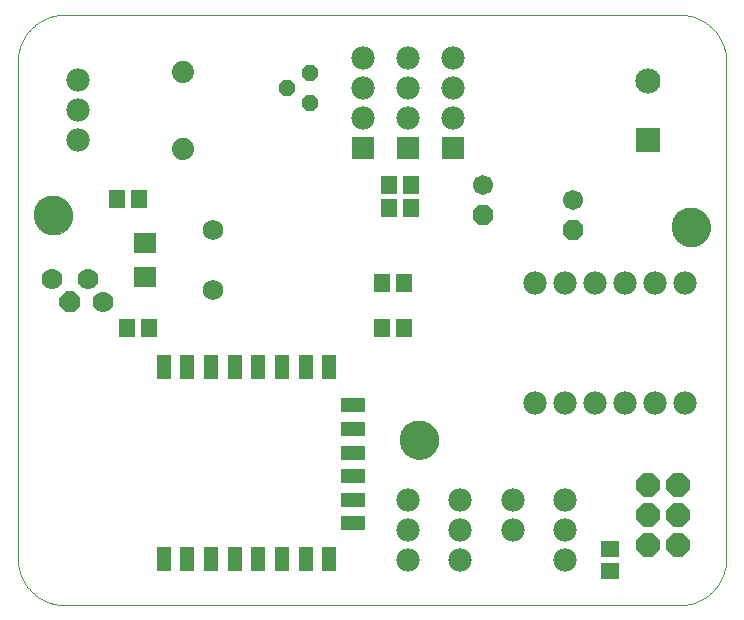
<source format=gts>
G75*
%MOIN*%
%OFA0B0*%
%FSLAX25Y25*%
%IPPOS*%
%LPD*%
%AMOC8*
5,1,8,0,0,1.08239X$1,22.5*
%
%ADD10C,0.00000*%
%ADD11C,0.12998*%
%ADD12R,0.05124X0.08274*%
%ADD13R,0.08274X0.05124*%
%ADD14R,0.08400X0.08400*%
%ADD15C,0.08400*%
%ADD16C,0.07800*%
%ADD17C,0.07400*%
%ADD18R,0.07800X0.07800*%
%ADD19R,0.05518X0.06306*%
%ADD20C,0.06900*%
%ADD21R,0.06306X0.05518*%
%ADD22OC8,0.07800*%
%ADD23R,0.07498X0.06699*%
%ADD24OC8,0.05600*%
%ADD25OC8,0.06700*%
%ADD26C,0.06700*%
%ADD27C,0.07000*%
%ADD28OC8,0.07000*%
D10*
X0016748Y0029179D02*
X0221472Y0029179D01*
X0221853Y0029184D01*
X0222233Y0029197D01*
X0222613Y0029220D01*
X0222992Y0029253D01*
X0223370Y0029294D01*
X0223747Y0029344D01*
X0224123Y0029404D01*
X0224498Y0029472D01*
X0224870Y0029550D01*
X0225241Y0029637D01*
X0225609Y0029732D01*
X0225975Y0029837D01*
X0226338Y0029950D01*
X0226699Y0030072D01*
X0227056Y0030202D01*
X0227410Y0030342D01*
X0227761Y0030489D01*
X0228108Y0030646D01*
X0228451Y0030810D01*
X0228790Y0030983D01*
X0229125Y0031164D01*
X0229456Y0031353D01*
X0229781Y0031550D01*
X0230102Y0031754D01*
X0230418Y0031967D01*
X0230728Y0032187D01*
X0231034Y0032414D01*
X0231333Y0032649D01*
X0231627Y0032891D01*
X0231915Y0033139D01*
X0232197Y0033395D01*
X0232472Y0033658D01*
X0232741Y0033927D01*
X0233004Y0034202D01*
X0233260Y0034484D01*
X0233508Y0034772D01*
X0233750Y0035066D01*
X0233985Y0035365D01*
X0234212Y0035671D01*
X0234432Y0035981D01*
X0234645Y0036297D01*
X0234849Y0036618D01*
X0235046Y0036943D01*
X0235235Y0037274D01*
X0235416Y0037609D01*
X0235589Y0037948D01*
X0235753Y0038291D01*
X0235910Y0038638D01*
X0236057Y0038989D01*
X0236197Y0039343D01*
X0236327Y0039700D01*
X0236449Y0040061D01*
X0236562Y0040424D01*
X0236667Y0040790D01*
X0236762Y0041158D01*
X0236849Y0041529D01*
X0236927Y0041901D01*
X0236995Y0042276D01*
X0237055Y0042652D01*
X0237105Y0043029D01*
X0237146Y0043407D01*
X0237179Y0043786D01*
X0237202Y0044166D01*
X0237215Y0044546D01*
X0237220Y0044927D01*
X0237220Y0210281D01*
X0237215Y0210662D01*
X0237202Y0211042D01*
X0237179Y0211422D01*
X0237146Y0211801D01*
X0237105Y0212179D01*
X0237055Y0212556D01*
X0236995Y0212932D01*
X0236927Y0213307D01*
X0236849Y0213679D01*
X0236762Y0214050D01*
X0236667Y0214418D01*
X0236562Y0214784D01*
X0236449Y0215147D01*
X0236327Y0215508D01*
X0236197Y0215865D01*
X0236057Y0216219D01*
X0235910Y0216570D01*
X0235753Y0216917D01*
X0235589Y0217260D01*
X0235416Y0217599D01*
X0235235Y0217934D01*
X0235046Y0218265D01*
X0234849Y0218590D01*
X0234645Y0218911D01*
X0234432Y0219227D01*
X0234212Y0219537D01*
X0233985Y0219843D01*
X0233750Y0220142D01*
X0233508Y0220436D01*
X0233260Y0220724D01*
X0233004Y0221006D01*
X0232741Y0221281D01*
X0232472Y0221550D01*
X0232197Y0221813D01*
X0231915Y0222069D01*
X0231627Y0222317D01*
X0231333Y0222559D01*
X0231034Y0222794D01*
X0230728Y0223021D01*
X0230418Y0223241D01*
X0230102Y0223454D01*
X0229781Y0223658D01*
X0229456Y0223855D01*
X0229125Y0224044D01*
X0228790Y0224225D01*
X0228451Y0224398D01*
X0228108Y0224562D01*
X0227761Y0224719D01*
X0227410Y0224866D01*
X0227056Y0225006D01*
X0226699Y0225136D01*
X0226338Y0225258D01*
X0225975Y0225371D01*
X0225609Y0225476D01*
X0225241Y0225571D01*
X0224870Y0225658D01*
X0224498Y0225736D01*
X0224123Y0225804D01*
X0223747Y0225864D01*
X0223370Y0225914D01*
X0222992Y0225955D01*
X0222613Y0225988D01*
X0222233Y0226011D01*
X0221853Y0226024D01*
X0221472Y0226029D01*
X0016748Y0226029D01*
X0016367Y0226024D01*
X0015987Y0226011D01*
X0015607Y0225988D01*
X0015228Y0225955D01*
X0014850Y0225914D01*
X0014473Y0225864D01*
X0014097Y0225804D01*
X0013722Y0225736D01*
X0013350Y0225658D01*
X0012979Y0225571D01*
X0012611Y0225476D01*
X0012245Y0225371D01*
X0011882Y0225258D01*
X0011521Y0225136D01*
X0011164Y0225006D01*
X0010810Y0224866D01*
X0010459Y0224719D01*
X0010112Y0224562D01*
X0009769Y0224398D01*
X0009430Y0224225D01*
X0009095Y0224044D01*
X0008764Y0223855D01*
X0008439Y0223658D01*
X0008118Y0223454D01*
X0007802Y0223241D01*
X0007492Y0223021D01*
X0007186Y0222794D01*
X0006887Y0222559D01*
X0006593Y0222317D01*
X0006305Y0222069D01*
X0006023Y0221813D01*
X0005748Y0221550D01*
X0005479Y0221281D01*
X0005216Y0221006D01*
X0004960Y0220724D01*
X0004712Y0220436D01*
X0004470Y0220142D01*
X0004235Y0219843D01*
X0004008Y0219537D01*
X0003788Y0219227D01*
X0003575Y0218911D01*
X0003371Y0218590D01*
X0003174Y0218265D01*
X0002985Y0217934D01*
X0002804Y0217599D01*
X0002631Y0217260D01*
X0002467Y0216917D01*
X0002310Y0216570D01*
X0002163Y0216219D01*
X0002023Y0215865D01*
X0001893Y0215508D01*
X0001771Y0215147D01*
X0001658Y0214784D01*
X0001553Y0214418D01*
X0001458Y0214050D01*
X0001371Y0213679D01*
X0001293Y0213307D01*
X0001225Y0212932D01*
X0001165Y0212556D01*
X0001115Y0212179D01*
X0001074Y0211801D01*
X0001041Y0211422D01*
X0001018Y0211042D01*
X0001005Y0210662D01*
X0001000Y0210281D01*
X0001000Y0044927D01*
X0001005Y0044546D01*
X0001018Y0044166D01*
X0001041Y0043786D01*
X0001074Y0043407D01*
X0001115Y0043029D01*
X0001165Y0042652D01*
X0001225Y0042276D01*
X0001293Y0041901D01*
X0001371Y0041529D01*
X0001458Y0041158D01*
X0001553Y0040790D01*
X0001658Y0040424D01*
X0001771Y0040061D01*
X0001893Y0039700D01*
X0002023Y0039343D01*
X0002163Y0038989D01*
X0002310Y0038638D01*
X0002467Y0038291D01*
X0002631Y0037948D01*
X0002804Y0037609D01*
X0002985Y0037274D01*
X0003174Y0036943D01*
X0003371Y0036618D01*
X0003575Y0036297D01*
X0003788Y0035981D01*
X0004008Y0035671D01*
X0004235Y0035365D01*
X0004470Y0035066D01*
X0004712Y0034772D01*
X0004960Y0034484D01*
X0005216Y0034202D01*
X0005479Y0033927D01*
X0005748Y0033658D01*
X0006023Y0033395D01*
X0006305Y0033139D01*
X0006593Y0032891D01*
X0006887Y0032649D01*
X0007186Y0032414D01*
X0007492Y0032187D01*
X0007802Y0031967D01*
X0008118Y0031754D01*
X0008439Y0031550D01*
X0008764Y0031353D01*
X0009095Y0031164D01*
X0009430Y0030983D01*
X0009769Y0030810D01*
X0010112Y0030646D01*
X0010459Y0030489D01*
X0010810Y0030342D01*
X0011164Y0030202D01*
X0011521Y0030072D01*
X0011882Y0029950D01*
X0012245Y0029837D01*
X0012611Y0029732D01*
X0012979Y0029637D01*
X0013350Y0029550D01*
X0013722Y0029472D01*
X0014097Y0029404D01*
X0014473Y0029344D01*
X0014850Y0029294D01*
X0015228Y0029253D01*
X0015607Y0029220D01*
X0015987Y0029197D01*
X0016367Y0029184D01*
X0016748Y0029179D01*
X0006512Y0159100D02*
X0006514Y0159258D01*
X0006520Y0159416D01*
X0006530Y0159574D01*
X0006544Y0159732D01*
X0006562Y0159889D01*
X0006583Y0160046D01*
X0006609Y0160202D01*
X0006639Y0160358D01*
X0006672Y0160513D01*
X0006710Y0160666D01*
X0006751Y0160819D01*
X0006796Y0160971D01*
X0006845Y0161122D01*
X0006898Y0161271D01*
X0006954Y0161419D01*
X0007014Y0161565D01*
X0007078Y0161710D01*
X0007146Y0161853D01*
X0007217Y0161995D01*
X0007291Y0162135D01*
X0007369Y0162272D01*
X0007451Y0162408D01*
X0007535Y0162542D01*
X0007624Y0162673D01*
X0007715Y0162802D01*
X0007810Y0162929D01*
X0007907Y0163054D01*
X0008008Y0163176D01*
X0008112Y0163295D01*
X0008219Y0163412D01*
X0008329Y0163526D01*
X0008442Y0163637D01*
X0008557Y0163746D01*
X0008675Y0163851D01*
X0008796Y0163953D01*
X0008919Y0164053D01*
X0009045Y0164149D01*
X0009173Y0164242D01*
X0009303Y0164332D01*
X0009436Y0164418D01*
X0009571Y0164502D01*
X0009707Y0164581D01*
X0009846Y0164658D01*
X0009987Y0164730D01*
X0010129Y0164800D01*
X0010273Y0164865D01*
X0010419Y0164927D01*
X0010566Y0164985D01*
X0010715Y0165040D01*
X0010865Y0165091D01*
X0011016Y0165138D01*
X0011168Y0165181D01*
X0011321Y0165220D01*
X0011476Y0165256D01*
X0011631Y0165287D01*
X0011787Y0165315D01*
X0011943Y0165339D01*
X0012100Y0165359D01*
X0012258Y0165375D01*
X0012415Y0165387D01*
X0012574Y0165395D01*
X0012732Y0165399D01*
X0012890Y0165399D01*
X0013048Y0165395D01*
X0013207Y0165387D01*
X0013364Y0165375D01*
X0013522Y0165359D01*
X0013679Y0165339D01*
X0013835Y0165315D01*
X0013991Y0165287D01*
X0014146Y0165256D01*
X0014301Y0165220D01*
X0014454Y0165181D01*
X0014606Y0165138D01*
X0014757Y0165091D01*
X0014907Y0165040D01*
X0015056Y0164985D01*
X0015203Y0164927D01*
X0015349Y0164865D01*
X0015493Y0164800D01*
X0015635Y0164730D01*
X0015776Y0164658D01*
X0015915Y0164581D01*
X0016051Y0164502D01*
X0016186Y0164418D01*
X0016319Y0164332D01*
X0016449Y0164242D01*
X0016577Y0164149D01*
X0016703Y0164053D01*
X0016826Y0163953D01*
X0016947Y0163851D01*
X0017065Y0163746D01*
X0017180Y0163637D01*
X0017293Y0163526D01*
X0017403Y0163412D01*
X0017510Y0163295D01*
X0017614Y0163176D01*
X0017715Y0163054D01*
X0017812Y0162929D01*
X0017907Y0162802D01*
X0017998Y0162673D01*
X0018087Y0162542D01*
X0018171Y0162408D01*
X0018253Y0162272D01*
X0018331Y0162135D01*
X0018405Y0161995D01*
X0018476Y0161853D01*
X0018544Y0161710D01*
X0018608Y0161565D01*
X0018668Y0161419D01*
X0018724Y0161271D01*
X0018777Y0161122D01*
X0018826Y0160971D01*
X0018871Y0160819D01*
X0018912Y0160666D01*
X0018950Y0160513D01*
X0018983Y0160358D01*
X0019013Y0160202D01*
X0019039Y0160046D01*
X0019060Y0159889D01*
X0019078Y0159732D01*
X0019092Y0159574D01*
X0019102Y0159416D01*
X0019108Y0159258D01*
X0019110Y0159100D01*
X0019108Y0158942D01*
X0019102Y0158784D01*
X0019092Y0158626D01*
X0019078Y0158468D01*
X0019060Y0158311D01*
X0019039Y0158154D01*
X0019013Y0157998D01*
X0018983Y0157842D01*
X0018950Y0157687D01*
X0018912Y0157534D01*
X0018871Y0157381D01*
X0018826Y0157229D01*
X0018777Y0157078D01*
X0018724Y0156929D01*
X0018668Y0156781D01*
X0018608Y0156635D01*
X0018544Y0156490D01*
X0018476Y0156347D01*
X0018405Y0156205D01*
X0018331Y0156065D01*
X0018253Y0155928D01*
X0018171Y0155792D01*
X0018087Y0155658D01*
X0017998Y0155527D01*
X0017907Y0155398D01*
X0017812Y0155271D01*
X0017715Y0155146D01*
X0017614Y0155024D01*
X0017510Y0154905D01*
X0017403Y0154788D01*
X0017293Y0154674D01*
X0017180Y0154563D01*
X0017065Y0154454D01*
X0016947Y0154349D01*
X0016826Y0154247D01*
X0016703Y0154147D01*
X0016577Y0154051D01*
X0016449Y0153958D01*
X0016319Y0153868D01*
X0016186Y0153782D01*
X0016051Y0153698D01*
X0015915Y0153619D01*
X0015776Y0153542D01*
X0015635Y0153470D01*
X0015493Y0153400D01*
X0015349Y0153335D01*
X0015203Y0153273D01*
X0015056Y0153215D01*
X0014907Y0153160D01*
X0014757Y0153109D01*
X0014606Y0153062D01*
X0014454Y0153019D01*
X0014301Y0152980D01*
X0014146Y0152944D01*
X0013991Y0152913D01*
X0013835Y0152885D01*
X0013679Y0152861D01*
X0013522Y0152841D01*
X0013364Y0152825D01*
X0013207Y0152813D01*
X0013048Y0152805D01*
X0012890Y0152801D01*
X0012732Y0152801D01*
X0012574Y0152805D01*
X0012415Y0152813D01*
X0012258Y0152825D01*
X0012100Y0152841D01*
X0011943Y0152861D01*
X0011787Y0152885D01*
X0011631Y0152913D01*
X0011476Y0152944D01*
X0011321Y0152980D01*
X0011168Y0153019D01*
X0011016Y0153062D01*
X0010865Y0153109D01*
X0010715Y0153160D01*
X0010566Y0153215D01*
X0010419Y0153273D01*
X0010273Y0153335D01*
X0010129Y0153400D01*
X0009987Y0153470D01*
X0009846Y0153542D01*
X0009707Y0153619D01*
X0009571Y0153698D01*
X0009436Y0153782D01*
X0009303Y0153868D01*
X0009173Y0153958D01*
X0009045Y0154051D01*
X0008919Y0154147D01*
X0008796Y0154247D01*
X0008675Y0154349D01*
X0008557Y0154454D01*
X0008442Y0154563D01*
X0008329Y0154674D01*
X0008219Y0154788D01*
X0008112Y0154905D01*
X0008008Y0155024D01*
X0007907Y0155146D01*
X0007810Y0155271D01*
X0007715Y0155398D01*
X0007624Y0155527D01*
X0007535Y0155658D01*
X0007451Y0155792D01*
X0007369Y0155928D01*
X0007291Y0156065D01*
X0007217Y0156205D01*
X0007146Y0156347D01*
X0007078Y0156490D01*
X0007014Y0156635D01*
X0006954Y0156781D01*
X0006898Y0156929D01*
X0006845Y0157078D01*
X0006796Y0157229D01*
X0006751Y0157381D01*
X0006710Y0157534D01*
X0006672Y0157687D01*
X0006639Y0157842D01*
X0006609Y0157998D01*
X0006583Y0158154D01*
X0006562Y0158311D01*
X0006544Y0158468D01*
X0006530Y0158626D01*
X0006520Y0158784D01*
X0006514Y0158942D01*
X0006512Y0159100D01*
X0128559Y0084297D02*
X0128561Y0084455D01*
X0128567Y0084613D01*
X0128577Y0084771D01*
X0128591Y0084929D01*
X0128609Y0085086D01*
X0128630Y0085243D01*
X0128656Y0085399D01*
X0128686Y0085555D01*
X0128719Y0085710D01*
X0128757Y0085863D01*
X0128798Y0086016D01*
X0128843Y0086168D01*
X0128892Y0086319D01*
X0128945Y0086468D01*
X0129001Y0086616D01*
X0129061Y0086762D01*
X0129125Y0086907D01*
X0129193Y0087050D01*
X0129264Y0087192D01*
X0129338Y0087332D01*
X0129416Y0087469D01*
X0129498Y0087605D01*
X0129582Y0087739D01*
X0129671Y0087870D01*
X0129762Y0087999D01*
X0129857Y0088126D01*
X0129954Y0088251D01*
X0130055Y0088373D01*
X0130159Y0088492D01*
X0130266Y0088609D01*
X0130376Y0088723D01*
X0130489Y0088834D01*
X0130604Y0088943D01*
X0130722Y0089048D01*
X0130843Y0089150D01*
X0130966Y0089250D01*
X0131092Y0089346D01*
X0131220Y0089439D01*
X0131350Y0089529D01*
X0131483Y0089615D01*
X0131618Y0089699D01*
X0131754Y0089778D01*
X0131893Y0089855D01*
X0132034Y0089927D01*
X0132176Y0089997D01*
X0132320Y0090062D01*
X0132466Y0090124D01*
X0132613Y0090182D01*
X0132762Y0090237D01*
X0132912Y0090288D01*
X0133063Y0090335D01*
X0133215Y0090378D01*
X0133368Y0090417D01*
X0133523Y0090453D01*
X0133678Y0090484D01*
X0133834Y0090512D01*
X0133990Y0090536D01*
X0134147Y0090556D01*
X0134305Y0090572D01*
X0134462Y0090584D01*
X0134621Y0090592D01*
X0134779Y0090596D01*
X0134937Y0090596D01*
X0135095Y0090592D01*
X0135254Y0090584D01*
X0135411Y0090572D01*
X0135569Y0090556D01*
X0135726Y0090536D01*
X0135882Y0090512D01*
X0136038Y0090484D01*
X0136193Y0090453D01*
X0136348Y0090417D01*
X0136501Y0090378D01*
X0136653Y0090335D01*
X0136804Y0090288D01*
X0136954Y0090237D01*
X0137103Y0090182D01*
X0137250Y0090124D01*
X0137396Y0090062D01*
X0137540Y0089997D01*
X0137682Y0089927D01*
X0137823Y0089855D01*
X0137962Y0089778D01*
X0138098Y0089699D01*
X0138233Y0089615D01*
X0138366Y0089529D01*
X0138496Y0089439D01*
X0138624Y0089346D01*
X0138750Y0089250D01*
X0138873Y0089150D01*
X0138994Y0089048D01*
X0139112Y0088943D01*
X0139227Y0088834D01*
X0139340Y0088723D01*
X0139450Y0088609D01*
X0139557Y0088492D01*
X0139661Y0088373D01*
X0139762Y0088251D01*
X0139859Y0088126D01*
X0139954Y0087999D01*
X0140045Y0087870D01*
X0140134Y0087739D01*
X0140218Y0087605D01*
X0140300Y0087469D01*
X0140378Y0087332D01*
X0140452Y0087192D01*
X0140523Y0087050D01*
X0140591Y0086907D01*
X0140655Y0086762D01*
X0140715Y0086616D01*
X0140771Y0086468D01*
X0140824Y0086319D01*
X0140873Y0086168D01*
X0140918Y0086016D01*
X0140959Y0085863D01*
X0140997Y0085710D01*
X0141030Y0085555D01*
X0141060Y0085399D01*
X0141086Y0085243D01*
X0141107Y0085086D01*
X0141125Y0084929D01*
X0141139Y0084771D01*
X0141149Y0084613D01*
X0141155Y0084455D01*
X0141157Y0084297D01*
X0141155Y0084139D01*
X0141149Y0083981D01*
X0141139Y0083823D01*
X0141125Y0083665D01*
X0141107Y0083508D01*
X0141086Y0083351D01*
X0141060Y0083195D01*
X0141030Y0083039D01*
X0140997Y0082884D01*
X0140959Y0082731D01*
X0140918Y0082578D01*
X0140873Y0082426D01*
X0140824Y0082275D01*
X0140771Y0082126D01*
X0140715Y0081978D01*
X0140655Y0081832D01*
X0140591Y0081687D01*
X0140523Y0081544D01*
X0140452Y0081402D01*
X0140378Y0081262D01*
X0140300Y0081125D01*
X0140218Y0080989D01*
X0140134Y0080855D01*
X0140045Y0080724D01*
X0139954Y0080595D01*
X0139859Y0080468D01*
X0139762Y0080343D01*
X0139661Y0080221D01*
X0139557Y0080102D01*
X0139450Y0079985D01*
X0139340Y0079871D01*
X0139227Y0079760D01*
X0139112Y0079651D01*
X0138994Y0079546D01*
X0138873Y0079444D01*
X0138750Y0079344D01*
X0138624Y0079248D01*
X0138496Y0079155D01*
X0138366Y0079065D01*
X0138233Y0078979D01*
X0138098Y0078895D01*
X0137962Y0078816D01*
X0137823Y0078739D01*
X0137682Y0078667D01*
X0137540Y0078597D01*
X0137396Y0078532D01*
X0137250Y0078470D01*
X0137103Y0078412D01*
X0136954Y0078357D01*
X0136804Y0078306D01*
X0136653Y0078259D01*
X0136501Y0078216D01*
X0136348Y0078177D01*
X0136193Y0078141D01*
X0136038Y0078110D01*
X0135882Y0078082D01*
X0135726Y0078058D01*
X0135569Y0078038D01*
X0135411Y0078022D01*
X0135254Y0078010D01*
X0135095Y0078002D01*
X0134937Y0077998D01*
X0134779Y0077998D01*
X0134621Y0078002D01*
X0134462Y0078010D01*
X0134305Y0078022D01*
X0134147Y0078038D01*
X0133990Y0078058D01*
X0133834Y0078082D01*
X0133678Y0078110D01*
X0133523Y0078141D01*
X0133368Y0078177D01*
X0133215Y0078216D01*
X0133063Y0078259D01*
X0132912Y0078306D01*
X0132762Y0078357D01*
X0132613Y0078412D01*
X0132466Y0078470D01*
X0132320Y0078532D01*
X0132176Y0078597D01*
X0132034Y0078667D01*
X0131893Y0078739D01*
X0131754Y0078816D01*
X0131618Y0078895D01*
X0131483Y0078979D01*
X0131350Y0079065D01*
X0131220Y0079155D01*
X0131092Y0079248D01*
X0130966Y0079344D01*
X0130843Y0079444D01*
X0130722Y0079546D01*
X0130604Y0079651D01*
X0130489Y0079760D01*
X0130376Y0079871D01*
X0130266Y0079985D01*
X0130159Y0080102D01*
X0130055Y0080221D01*
X0129954Y0080343D01*
X0129857Y0080468D01*
X0129762Y0080595D01*
X0129671Y0080724D01*
X0129582Y0080855D01*
X0129498Y0080989D01*
X0129416Y0081125D01*
X0129338Y0081262D01*
X0129264Y0081402D01*
X0129193Y0081544D01*
X0129125Y0081687D01*
X0129061Y0081832D01*
X0129001Y0081978D01*
X0128945Y0082126D01*
X0128892Y0082275D01*
X0128843Y0082426D01*
X0128798Y0082578D01*
X0128757Y0082731D01*
X0128719Y0082884D01*
X0128686Y0083039D01*
X0128656Y0083195D01*
X0128630Y0083351D01*
X0128609Y0083508D01*
X0128591Y0083665D01*
X0128577Y0083823D01*
X0128567Y0083981D01*
X0128561Y0084139D01*
X0128559Y0084297D01*
X0219110Y0155163D02*
X0219112Y0155321D01*
X0219118Y0155479D01*
X0219128Y0155637D01*
X0219142Y0155795D01*
X0219160Y0155952D01*
X0219181Y0156109D01*
X0219207Y0156265D01*
X0219237Y0156421D01*
X0219270Y0156576D01*
X0219308Y0156729D01*
X0219349Y0156882D01*
X0219394Y0157034D01*
X0219443Y0157185D01*
X0219496Y0157334D01*
X0219552Y0157482D01*
X0219612Y0157628D01*
X0219676Y0157773D01*
X0219744Y0157916D01*
X0219815Y0158058D01*
X0219889Y0158198D01*
X0219967Y0158335D01*
X0220049Y0158471D01*
X0220133Y0158605D01*
X0220222Y0158736D01*
X0220313Y0158865D01*
X0220408Y0158992D01*
X0220505Y0159117D01*
X0220606Y0159239D01*
X0220710Y0159358D01*
X0220817Y0159475D01*
X0220927Y0159589D01*
X0221040Y0159700D01*
X0221155Y0159809D01*
X0221273Y0159914D01*
X0221394Y0160016D01*
X0221517Y0160116D01*
X0221643Y0160212D01*
X0221771Y0160305D01*
X0221901Y0160395D01*
X0222034Y0160481D01*
X0222169Y0160565D01*
X0222305Y0160644D01*
X0222444Y0160721D01*
X0222585Y0160793D01*
X0222727Y0160863D01*
X0222871Y0160928D01*
X0223017Y0160990D01*
X0223164Y0161048D01*
X0223313Y0161103D01*
X0223463Y0161154D01*
X0223614Y0161201D01*
X0223766Y0161244D01*
X0223919Y0161283D01*
X0224074Y0161319D01*
X0224229Y0161350D01*
X0224385Y0161378D01*
X0224541Y0161402D01*
X0224698Y0161422D01*
X0224856Y0161438D01*
X0225013Y0161450D01*
X0225172Y0161458D01*
X0225330Y0161462D01*
X0225488Y0161462D01*
X0225646Y0161458D01*
X0225805Y0161450D01*
X0225962Y0161438D01*
X0226120Y0161422D01*
X0226277Y0161402D01*
X0226433Y0161378D01*
X0226589Y0161350D01*
X0226744Y0161319D01*
X0226899Y0161283D01*
X0227052Y0161244D01*
X0227204Y0161201D01*
X0227355Y0161154D01*
X0227505Y0161103D01*
X0227654Y0161048D01*
X0227801Y0160990D01*
X0227947Y0160928D01*
X0228091Y0160863D01*
X0228233Y0160793D01*
X0228374Y0160721D01*
X0228513Y0160644D01*
X0228649Y0160565D01*
X0228784Y0160481D01*
X0228917Y0160395D01*
X0229047Y0160305D01*
X0229175Y0160212D01*
X0229301Y0160116D01*
X0229424Y0160016D01*
X0229545Y0159914D01*
X0229663Y0159809D01*
X0229778Y0159700D01*
X0229891Y0159589D01*
X0230001Y0159475D01*
X0230108Y0159358D01*
X0230212Y0159239D01*
X0230313Y0159117D01*
X0230410Y0158992D01*
X0230505Y0158865D01*
X0230596Y0158736D01*
X0230685Y0158605D01*
X0230769Y0158471D01*
X0230851Y0158335D01*
X0230929Y0158198D01*
X0231003Y0158058D01*
X0231074Y0157916D01*
X0231142Y0157773D01*
X0231206Y0157628D01*
X0231266Y0157482D01*
X0231322Y0157334D01*
X0231375Y0157185D01*
X0231424Y0157034D01*
X0231469Y0156882D01*
X0231510Y0156729D01*
X0231548Y0156576D01*
X0231581Y0156421D01*
X0231611Y0156265D01*
X0231637Y0156109D01*
X0231658Y0155952D01*
X0231676Y0155795D01*
X0231690Y0155637D01*
X0231700Y0155479D01*
X0231706Y0155321D01*
X0231708Y0155163D01*
X0231706Y0155005D01*
X0231700Y0154847D01*
X0231690Y0154689D01*
X0231676Y0154531D01*
X0231658Y0154374D01*
X0231637Y0154217D01*
X0231611Y0154061D01*
X0231581Y0153905D01*
X0231548Y0153750D01*
X0231510Y0153597D01*
X0231469Y0153444D01*
X0231424Y0153292D01*
X0231375Y0153141D01*
X0231322Y0152992D01*
X0231266Y0152844D01*
X0231206Y0152698D01*
X0231142Y0152553D01*
X0231074Y0152410D01*
X0231003Y0152268D01*
X0230929Y0152128D01*
X0230851Y0151991D01*
X0230769Y0151855D01*
X0230685Y0151721D01*
X0230596Y0151590D01*
X0230505Y0151461D01*
X0230410Y0151334D01*
X0230313Y0151209D01*
X0230212Y0151087D01*
X0230108Y0150968D01*
X0230001Y0150851D01*
X0229891Y0150737D01*
X0229778Y0150626D01*
X0229663Y0150517D01*
X0229545Y0150412D01*
X0229424Y0150310D01*
X0229301Y0150210D01*
X0229175Y0150114D01*
X0229047Y0150021D01*
X0228917Y0149931D01*
X0228784Y0149845D01*
X0228649Y0149761D01*
X0228513Y0149682D01*
X0228374Y0149605D01*
X0228233Y0149533D01*
X0228091Y0149463D01*
X0227947Y0149398D01*
X0227801Y0149336D01*
X0227654Y0149278D01*
X0227505Y0149223D01*
X0227355Y0149172D01*
X0227204Y0149125D01*
X0227052Y0149082D01*
X0226899Y0149043D01*
X0226744Y0149007D01*
X0226589Y0148976D01*
X0226433Y0148948D01*
X0226277Y0148924D01*
X0226120Y0148904D01*
X0225962Y0148888D01*
X0225805Y0148876D01*
X0225646Y0148868D01*
X0225488Y0148864D01*
X0225330Y0148864D01*
X0225172Y0148868D01*
X0225013Y0148876D01*
X0224856Y0148888D01*
X0224698Y0148904D01*
X0224541Y0148924D01*
X0224385Y0148948D01*
X0224229Y0148976D01*
X0224074Y0149007D01*
X0223919Y0149043D01*
X0223766Y0149082D01*
X0223614Y0149125D01*
X0223463Y0149172D01*
X0223313Y0149223D01*
X0223164Y0149278D01*
X0223017Y0149336D01*
X0222871Y0149398D01*
X0222727Y0149463D01*
X0222585Y0149533D01*
X0222444Y0149605D01*
X0222305Y0149682D01*
X0222169Y0149761D01*
X0222034Y0149845D01*
X0221901Y0149931D01*
X0221771Y0150021D01*
X0221643Y0150114D01*
X0221517Y0150210D01*
X0221394Y0150310D01*
X0221273Y0150412D01*
X0221155Y0150517D01*
X0221040Y0150626D01*
X0220927Y0150737D01*
X0220817Y0150851D01*
X0220710Y0150968D01*
X0220606Y0151087D01*
X0220505Y0151209D01*
X0220408Y0151334D01*
X0220313Y0151461D01*
X0220222Y0151590D01*
X0220133Y0151721D01*
X0220049Y0151855D01*
X0219967Y0151991D01*
X0219889Y0152128D01*
X0219815Y0152268D01*
X0219744Y0152410D01*
X0219676Y0152553D01*
X0219612Y0152698D01*
X0219552Y0152844D01*
X0219496Y0152992D01*
X0219443Y0153141D01*
X0219394Y0153292D01*
X0219349Y0153444D01*
X0219308Y0153597D01*
X0219270Y0153750D01*
X0219237Y0153905D01*
X0219207Y0154061D01*
X0219181Y0154217D01*
X0219160Y0154374D01*
X0219142Y0154531D01*
X0219128Y0154689D01*
X0219118Y0154847D01*
X0219112Y0155005D01*
X0219110Y0155163D01*
D11*
X0225409Y0155163D03*
X0134858Y0084297D03*
X0012811Y0159100D03*
D12*
X0049705Y0108432D03*
X0057579Y0108432D03*
X0065453Y0108432D03*
X0073327Y0108432D03*
X0081201Y0108432D03*
X0089075Y0108432D03*
X0096949Y0108432D03*
X0104823Y0108432D03*
X0104823Y0044652D03*
X0096949Y0044652D03*
X0089075Y0044652D03*
X0081201Y0044652D03*
X0073327Y0044652D03*
X0065453Y0044652D03*
X0057579Y0044652D03*
X0049705Y0044652D03*
D13*
X0112697Y0056463D03*
X0112697Y0064337D03*
X0112697Y0072211D03*
X0112697Y0080085D03*
X0112697Y0087959D03*
X0112697Y0095833D03*
D14*
X0211000Y0184179D03*
D15*
X0211000Y0203864D03*
D16*
X0213500Y0136679D03*
X0203500Y0136679D03*
X0193500Y0136679D03*
X0183500Y0136679D03*
X0173500Y0136679D03*
X0173500Y0096679D03*
X0183500Y0096679D03*
X0193500Y0096679D03*
X0203500Y0096679D03*
X0213500Y0096679D03*
X0223500Y0096679D03*
X0223500Y0136679D03*
X0183500Y0064179D03*
X0183500Y0054179D03*
X0183500Y0044179D03*
X0166000Y0054179D03*
X0166000Y0064179D03*
X0148500Y0064179D03*
X0148500Y0054179D03*
X0148500Y0044179D03*
X0131000Y0044179D03*
X0131000Y0054179D03*
X0131000Y0064179D03*
X0131000Y0191679D03*
X0131000Y0201679D03*
X0131000Y0211679D03*
X0116000Y0211679D03*
X0116000Y0201679D03*
X0116000Y0191679D03*
X0146000Y0191679D03*
X0146000Y0201679D03*
X0146000Y0211679D03*
X0021000Y0204179D03*
X0021000Y0194179D03*
X0021000Y0184179D03*
D17*
X0056000Y0181384D03*
X0056000Y0206974D03*
D18*
X0116000Y0181679D03*
X0131000Y0181679D03*
X0146000Y0181679D03*
D19*
X0132240Y0169179D03*
X0132240Y0161679D03*
X0124760Y0161679D03*
X0124760Y0169179D03*
X0122260Y0136679D03*
X0129740Y0136679D03*
X0129740Y0121679D03*
X0122260Y0121679D03*
X0044740Y0121679D03*
X0037260Y0121679D03*
X0034071Y0164553D03*
X0041551Y0164553D03*
D20*
X0066000Y0154179D03*
X0066000Y0134179D03*
D21*
X0198500Y0047919D03*
X0198500Y0040439D03*
D22*
X0211000Y0049179D03*
X0211000Y0059179D03*
X0211000Y0069179D03*
X0221000Y0069179D03*
X0221000Y0059179D03*
X0221000Y0049179D03*
D23*
X0043500Y0138581D03*
X0043500Y0149777D03*
D24*
X0090851Y0201621D03*
X0098351Y0196621D03*
X0098351Y0206621D03*
D25*
X0156000Y0159179D03*
X0186000Y0154179D03*
D26*
X0186000Y0164179D03*
X0156000Y0169179D03*
D27*
X0029500Y0130366D03*
X0024500Y0137992D03*
X0012500Y0137992D03*
D28*
X0018500Y0130366D03*
M02*

</source>
